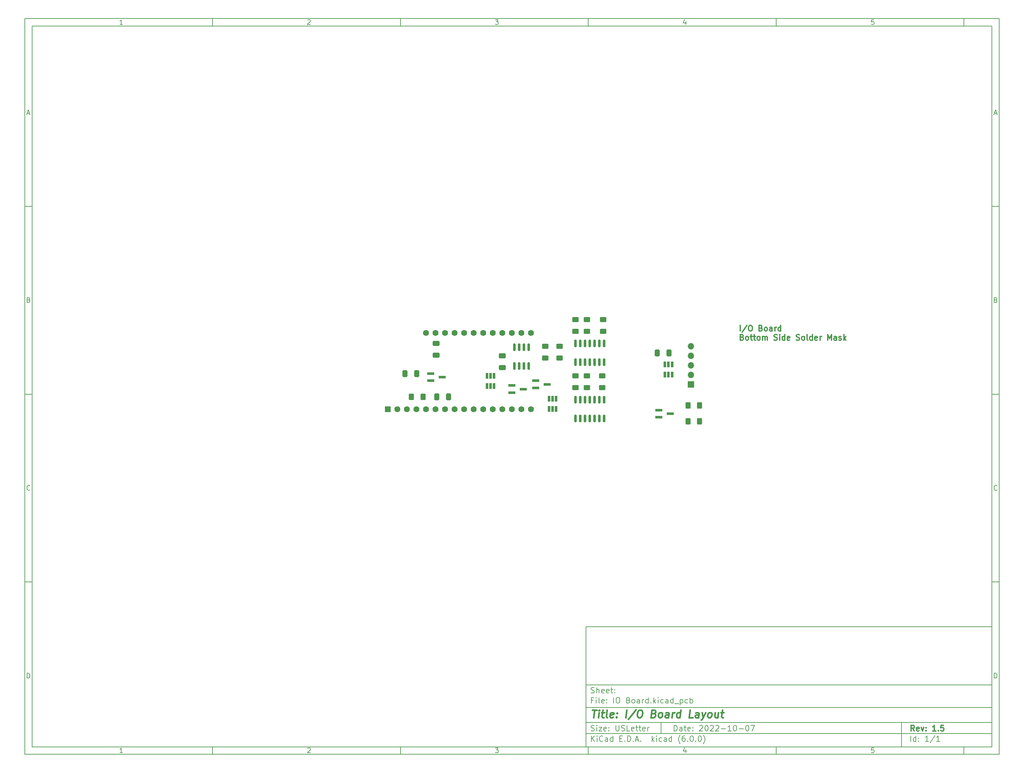
<source format=gbr>
G04 #@! TF.GenerationSoftware,KiCad,Pcbnew,(6.0.0)*
G04 #@! TF.CreationDate,2023-02-09T15:45:20-05:00*
G04 #@! TF.ProjectId,IO Board,494f2042-6f61-4726-942e-6b696361645f,1.5*
G04 #@! TF.SameCoordinates,Original*
G04 #@! TF.FileFunction,Soldermask,Bot*
G04 #@! TF.FilePolarity,Negative*
%FSLAX46Y46*%
G04 Gerber Fmt 4.6, Leading zero omitted, Abs format (unit mm)*
G04 Created by KiCad (PCBNEW (6.0.0)) date 2023-02-09 15:45:20*
%MOMM*%
%LPD*%
G01*
G04 APERTURE LIST*
G04 Aperture macros list*
%AMRoundRect*
0 Rectangle with rounded corners*
0 $1 Rounding radius*
0 $2 $3 $4 $5 $6 $7 $8 $9 X,Y pos of 4 corners*
0 Add a 4 corners polygon primitive as box body*
4,1,4,$2,$3,$4,$5,$6,$7,$8,$9,$2,$3,0*
0 Add four circle primitives for the rounded corners*
1,1,$1+$1,$2,$3*
1,1,$1+$1,$4,$5*
1,1,$1+$1,$6,$7*
1,1,$1+$1,$8,$9*
0 Add four rect primitives between the rounded corners*
20,1,$1+$1,$2,$3,$4,$5,0*
20,1,$1+$1,$4,$5,$6,$7,0*
20,1,$1+$1,$6,$7,$8,$9,0*
20,1,$1+$1,$8,$9,$2,$3,0*%
G04 Aperture macros list end*
%ADD10C,0.100000*%
%ADD11C,0.150000*%
%ADD12C,0.300000*%
%ADD13C,0.400000*%
%ADD14R,1.600000X1.600000*%
%ADD15C,1.600000*%
%ADD16R,1.700000X1.700000*%
%ADD17O,1.700000X1.700000*%
%ADD18R,1.900000X0.800000*%
%ADD19RoundRect,0.250000X-0.625000X0.400000X-0.625000X-0.400000X0.625000X-0.400000X0.625000X0.400000X0*%
%ADD20RoundRect,0.250000X0.625000X-0.400000X0.625000X0.400000X-0.625000X0.400000X-0.625000X-0.400000X0*%
%ADD21R,0.650000X1.560000*%
%ADD22RoundRect,0.250000X-0.412500X-0.650000X0.412500X-0.650000X0.412500X0.650000X-0.412500X0.650000X0*%
%ADD23RoundRect,0.250000X0.650000X-0.412500X0.650000X0.412500X-0.650000X0.412500X-0.650000X-0.412500X0*%
%ADD24RoundRect,0.250000X-0.650000X0.412500X-0.650000X-0.412500X0.650000X-0.412500X0.650000X0.412500X0*%
%ADD25RoundRect,0.250000X0.400000X0.625000X-0.400000X0.625000X-0.400000X-0.625000X0.400000X-0.625000X0*%
%ADD26RoundRect,0.150000X-0.150000X0.825000X-0.150000X-0.825000X0.150000X-0.825000X0.150000X0.825000X0*%
%ADD27RoundRect,0.250000X-0.400000X-0.625000X0.400000X-0.625000X0.400000X0.625000X-0.400000X0.625000X0*%
G04 APERTURE END LIST*
D10*
D11*
X159400000Y-171900000D02*
X159400000Y-203900000D01*
X267400000Y-203900000D01*
X267400000Y-171900000D01*
X159400000Y-171900000D01*
D10*
D11*
X10000000Y-10000000D02*
X10000000Y-205900000D01*
X269400000Y-205900000D01*
X269400000Y-10000000D01*
X10000000Y-10000000D01*
D10*
D11*
X12000000Y-12000000D02*
X12000000Y-203900000D01*
X267400000Y-203900000D01*
X267400000Y-12000000D01*
X12000000Y-12000000D01*
D10*
D11*
X60000000Y-12000000D02*
X60000000Y-10000000D01*
D10*
D11*
X110000000Y-12000000D02*
X110000000Y-10000000D01*
D10*
D11*
X160000000Y-12000000D02*
X160000000Y-10000000D01*
D10*
D11*
X210000000Y-12000000D02*
X210000000Y-10000000D01*
D10*
D11*
X260000000Y-12000000D02*
X260000000Y-10000000D01*
D10*
D11*
X36065476Y-11588095D02*
X35322619Y-11588095D01*
X35694047Y-11588095D02*
X35694047Y-10288095D01*
X35570238Y-10473809D01*
X35446428Y-10597619D01*
X35322619Y-10659523D01*
D10*
D11*
X85322619Y-10411904D02*
X85384523Y-10350000D01*
X85508333Y-10288095D01*
X85817857Y-10288095D01*
X85941666Y-10350000D01*
X86003571Y-10411904D01*
X86065476Y-10535714D01*
X86065476Y-10659523D01*
X86003571Y-10845238D01*
X85260714Y-11588095D01*
X86065476Y-11588095D01*
D10*
D11*
X135260714Y-10288095D02*
X136065476Y-10288095D01*
X135632142Y-10783333D01*
X135817857Y-10783333D01*
X135941666Y-10845238D01*
X136003571Y-10907142D01*
X136065476Y-11030952D01*
X136065476Y-11340476D01*
X136003571Y-11464285D01*
X135941666Y-11526190D01*
X135817857Y-11588095D01*
X135446428Y-11588095D01*
X135322619Y-11526190D01*
X135260714Y-11464285D01*
D10*
D11*
X185941666Y-10721428D02*
X185941666Y-11588095D01*
X185632142Y-10226190D02*
X185322619Y-11154761D01*
X186127380Y-11154761D01*
D10*
D11*
X236003571Y-10288095D02*
X235384523Y-10288095D01*
X235322619Y-10907142D01*
X235384523Y-10845238D01*
X235508333Y-10783333D01*
X235817857Y-10783333D01*
X235941666Y-10845238D01*
X236003571Y-10907142D01*
X236065476Y-11030952D01*
X236065476Y-11340476D01*
X236003571Y-11464285D01*
X235941666Y-11526190D01*
X235817857Y-11588095D01*
X235508333Y-11588095D01*
X235384523Y-11526190D01*
X235322619Y-11464285D01*
D10*
D11*
X60000000Y-203900000D02*
X60000000Y-205900000D01*
D10*
D11*
X110000000Y-203900000D02*
X110000000Y-205900000D01*
D10*
D11*
X160000000Y-203900000D02*
X160000000Y-205900000D01*
D10*
D11*
X210000000Y-203900000D02*
X210000000Y-205900000D01*
D10*
D11*
X260000000Y-203900000D02*
X260000000Y-205900000D01*
D10*
D11*
X36065476Y-205488095D02*
X35322619Y-205488095D01*
X35694047Y-205488095D02*
X35694047Y-204188095D01*
X35570238Y-204373809D01*
X35446428Y-204497619D01*
X35322619Y-204559523D01*
D10*
D11*
X85322619Y-204311904D02*
X85384523Y-204250000D01*
X85508333Y-204188095D01*
X85817857Y-204188095D01*
X85941666Y-204250000D01*
X86003571Y-204311904D01*
X86065476Y-204435714D01*
X86065476Y-204559523D01*
X86003571Y-204745238D01*
X85260714Y-205488095D01*
X86065476Y-205488095D01*
D10*
D11*
X135260714Y-204188095D02*
X136065476Y-204188095D01*
X135632142Y-204683333D01*
X135817857Y-204683333D01*
X135941666Y-204745238D01*
X136003571Y-204807142D01*
X136065476Y-204930952D01*
X136065476Y-205240476D01*
X136003571Y-205364285D01*
X135941666Y-205426190D01*
X135817857Y-205488095D01*
X135446428Y-205488095D01*
X135322619Y-205426190D01*
X135260714Y-205364285D01*
D10*
D11*
X185941666Y-204621428D02*
X185941666Y-205488095D01*
X185632142Y-204126190D02*
X185322619Y-205054761D01*
X186127380Y-205054761D01*
D10*
D11*
X236003571Y-204188095D02*
X235384523Y-204188095D01*
X235322619Y-204807142D01*
X235384523Y-204745238D01*
X235508333Y-204683333D01*
X235817857Y-204683333D01*
X235941666Y-204745238D01*
X236003571Y-204807142D01*
X236065476Y-204930952D01*
X236065476Y-205240476D01*
X236003571Y-205364285D01*
X235941666Y-205426190D01*
X235817857Y-205488095D01*
X235508333Y-205488095D01*
X235384523Y-205426190D01*
X235322619Y-205364285D01*
D10*
D11*
X10000000Y-60000000D02*
X12000000Y-60000000D01*
D10*
D11*
X10000000Y-110000000D02*
X12000000Y-110000000D01*
D10*
D11*
X10000000Y-160000000D02*
X12000000Y-160000000D01*
D10*
D11*
X10690476Y-35216666D02*
X11309523Y-35216666D01*
X10566666Y-35588095D02*
X11000000Y-34288095D01*
X11433333Y-35588095D01*
D10*
D11*
X11092857Y-84907142D02*
X11278571Y-84969047D01*
X11340476Y-85030952D01*
X11402380Y-85154761D01*
X11402380Y-85340476D01*
X11340476Y-85464285D01*
X11278571Y-85526190D01*
X11154761Y-85588095D01*
X10659523Y-85588095D01*
X10659523Y-84288095D01*
X11092857Y-84288095D01*
X11216666Y-84350000D01*
X11278571Y-84411904D01*
X11340476Y-84535714D01*
X11340476Y-84659523D01*
X11278571Y-84783333D01*
X11216666Y-84845238D01*
X11092857Y-84907142D01*
X10659523Y-84907142D01*
D10*
D11*
X11402380Y-135464285D02*
X11340476Y-135526190D01*
X11154761Y-135588095D01*
X11030952Y-135588095D01*
X10845238Y-135526190D01*
X10721428Y-135402380D01*
X10659523Y-135278571D01*
X10597619Y-135030952D01*
X10597619Y-134845238D01*
X10659523Y-134597619D01*
X10721428Y-134473809D01*
X10845238Y-134350000D01*
X11030952Y-134288095D01*
X11154761Y-134288095D01*
X11340476Y-134350000D01*
X11402380Y-134411904D01*
D10*
D11*
X10659523Y-185588095D02*
X10659523Y-184288095D01*
X10969047Y-184288095D01*
X11154761Y-184350000D01*
X11278571Y-184473809D01*
X11340476Y-184597619D01*
X11402380Y-184845238D01*
X11402380Y-185030952D01*
X11340476Y-185278571D01*
X11278571Y-185402380D01*
X11154761Y-185526190D01*
X10969047Y-185588095D01*
X10659523Y-185588095D01*
D10*
D11*
X269400000Y-60000000D02*
X267400000Y-60000000D01*
D10*
D11*
X269400000Y-110000000D02*
X267400000Y-110000000D01*
D10*
D11*
X269400000Y-160000000D02*
X267400000Y-160000000D01*
D10*
D11*
X268090476Y-35216666D02*
X268709523Y-35216666D01*
X267966666Y-35588095D02*
X268400000Y-34288095D01*
X268833333Y-35588095D01*
D10*
D11*
X268492857Y-84907142D02*
X268678571Y-84969047D01*
X268740476Y-85030952D01*
X268802380Y-85154761D01*
X268802380Y-85340476D01*
X268740476Y-85464285D01*
X268678571Y-85526190D01*
X268554761Y-85588095D01*
X268059523Y-85588095D01*
X268059523Y-84288095D01*
X268492857Y-84288095D01*
X268616666Y-84350000D01*
X268678571Y-84411904D01*
X268740476Y-84535714D01*
X268740476Y-84659523D01*
X268678571Y-84783333D01*
X268616666Y-84845238D01*
X268492857Y-84907142D01*
X268059523Y-84907142D01*
D10*
D11*
X268802380Y-135464285D02*
X268740476Y-135526190D01*
X268554761Y-135588095D01*
X268430952Y-135588095D01*
X268245238Y-135526190D01*
X268121428Y-135402380D01*
X268059523Y-135278571D01*
X267997619Y-135030952D01*
X267997619Y-134845238D01*
X268059523Y-134597619D01*
X268121428Y-134473809D01*
X268245238Y-134350000D01*
X268430952Y-134288095D01*
X268554761Y-134288095D01*
X268740476Y-134350000D01*
X268802380Y-134411904D01*
D10*
D11*
X268059523Y-185588095D02*
X268059523Y-184288095D01*
X268369047Y-184288095D01*
X268554761Y-184350000D01*
X268678571Y-184473809D01*
X268740476Y-184597619D01*
X268802380Y-184845238D01*
X268802380Y-185030952D01*
X268740476Y-185278571D01*
X268678571Y-185402380D01*
X268554761Y-185526190D01*
X268369047Y-185588095D01*
X268059523Y-185588095D01*
D10*
D11*
X182832142Y-199678571D02*
X182832142Y-198178571D01*
X183189285Y-198178571D01*
X183403571Y-198250000D01*
X183546428Y-198392857D01*
X183617857Y-198535714D01*
X183689285Y-198821428D01*
X183689285Y-199035714D01*
X183617857Y-199321428D01*
X183546428Y-199464285D01*
X183403571Y-199607142D01*
X183189285Y-199678571D01*
X182832142Y-199678571D01*
X184975000Y-199678571D02*
X184975000Y-198892857D01*
X184903571Y-198750000D01*
X184760714Y-198678571D01*
X184475000Y-198678571D01*
X184332142Y-198750000D01*
X184975000Y-199607142D02*
X184832142Y-199678571D01*
X184475000Y-199678571D01*
X184332142Y-199607142D01*
X184260714Y-199464285D01*
X184260714Y-199321428D01*
X184332142Y-199178571D01*
X184475000Y-199107142D01*
X184832142Y-199107142D01*
X184975000Y-199035714D01*
X185475000Y-198678571D02*
X186046428Y-198678571D01*
X185689285Y-198178571D02*
X185689285Y-199464285D01*
X185760714Y-199607142D01*
X185903571Y-199678571D01*
X186046428Y-199678571D01*
X187117857Y-199607142D02*
X186975000Y-199678571D01*
X186689285Y-199678571D01*
X186546428Y-199607142D01*
X186475000Y-199464285D01*
X186475000Y-198892857D01*
X186546428Y-198750000D01*
X186689285Y-198678571D01*
X186975000Y-198678571D01*
X187117857Y-198750000D01*
X187189285Y-198892857D01*
X187189285Y-199035714D01*
X186475000Y-199178571D01*
X187832142Y-199535714D02*
X187903571Y-199607142D01*
X187832142Y-199678571D01*
X187760714Y-199607142D01*
X187832142Y-199535714D01*
X187832142Y-199678571D01*
X187832142Y-198750000D02*
X187903571Y-198821428D01*
X187832142Y-198892857D01*
X187760714Y-198821428D01*
X187832142Y-198750000D01*
X187832142Y-198892857D01*
X189617857Y-198321428D02*
X189689285Y-198250000D01*
X189832142Y-198178571D01*
X190189285Y-198178571D01*
X190332142Y-198250000D01*
X190403571Y-198321428D01*
X190475000Y-198464285D01*
X190475000Y-198607142D01*
X190403571Y-198821428D01*
X189546428Y-199678571D01*
X190475000Y-199678571D01*
X191403571Y-198178571D02*
X191546428Y-198178571D01*
X191689285Y-198250000D01*
X191760714Y-198321428D01*
X191832142Y-198464285D01*
X191903571Y-198750000D01*
X191903571Y-199107142D01*
X191832142Y-199392857D01*
X191760714Y-199535714D01*
X191689285Y-199607142D01*
X191546428Y-199678571D01*
X191403571Y-199678571D01*
X191260714Y-199607142D01*
X191189285Y-199535714D01*
X191117857Y-199392857D01*
X191046428Y-199107142D01*
X191046428Y-198750000D01*
X191117857Y-198464285D01*
X191189285Y-198321428D01*
X191260714Y-198250000D01*
X191403571Y-198178571D01*
X192475000Y-198321428D02*
X192546428Y-198250000D01*
X192689285Y-198178571D01*
X193046428Y-198178571D01*
X193189285Y-198250000D01*
X193260714Y-198321428D01*
X193332142Y-198464285D01*
X193332142Y-198607142D01*
X193260714Y-198821428D01*
X192403571Y-199678571D01*
X193332142Y-199678571D01*
X193903571Y-198321428D02*
X193975000Y-198250000D01*
X194117857Y-198178571D01*
X194475000Y-198178571D01*
X194617857Y-198250000D01*
X194689285Y-198321428D01*
X194760714Y-198464285D01*
X194760714Y-198607142D01*
X194689285Y-198821428D01*
X193832142Y-199678571D01*
X194760714Y-199678571D01*
X195403571Y-199107142D02*
X196546428Y-199107142D01*
X198046428Y-199678571D02*
X197189285Y-199678571D01*
X197617857Y-199678571D02*
X197617857Y-198178571D01*
X197475000Y-198392857D01*
X197332142Y-198535714D01*
X197189285Y-198607142D01*
X198975000Y-198178571D02*
X199117857Y-198178571D01*
X199260714Y-198250000D01*
X199332142Y-198321428D01*
X199403571Y-198464285D01*
X199475000Y-198750000D01*
X199475000Y-199107142D01*
X199403571Y-199392857D01*
X199332142Y-199535714D01*
X199260714Y-199607142D01*
X199117857Y-199678571D01*
X198975000Y-199678571D01*
X198832142Y-199607142D01*
X198760714Y-199535714D01*
X198689285Y-199392857D01*
X198617857Y-199107142D01*
X198617857Y-198750000D01*
X198689285Y-198464285D01*
X198760714Y-198321428D01*
X198832142Y-198250000D01*
X198975000Y-198178571D01*
X200117857Y-199107142D02*
X201260714Y-199107142D01*
X202260714Y-198178571D02*
X202403571Y-198178571D01*
X202546428Y-198250000D01*
X202617857Y-198321428D01*
X202689285Y-198464285D01*
X202760714Y-198750000D01*
X202760714Y-199107142D01*
X202689285Y-199392857D01*
X202617857Y-199535714D01*
X202546428Y-199607142D01*
X202403571Y-199678571D01*
X202260714Y-199678571D01*
X202117857Y-199607142D01*
X202046428Y-199535714D01*
X201975000Y-199392857D01*
X201903571Y-199107142D01*
X201903571Y-198750000D01*
X201975000Y-198464285D01*
X202046428Y-198321428D01*
X202117857Y-198250000D01*
X202260714Y-198178571D01*
X203260714Y-198178571D02*
X204260714Y-198178571D01*
X203617857Y-199678571D01*
D10*
D11*
X159400000Y-200400000D02*
X267400000Y-200400000D01*
D10*
D11*
X160832142Y-202478571D02*
X160832142Y-200978571D01*
X161689285Y-202478571D02*
X161046428Y-201621428D01*
X161689285Y-200978571D02*
X160832142Y-201835714D01*
X162332142Y-202478571D02*
X162332142Y-201478571D01*
X162332142Y-200978571D02*
X162260714Y-201050000D01*
X162332142Y-201121428D01*
X162403571Y-201050000D01*
X162332142Y-200978571D01*
X162332142Y-201121428D01*
X163903571Y-202335714D02*
X163832142Y-202407142D01*
X163617857Y-202478571D01*
X163475000Y-202478571D01*
X163260714Y-202407142D01*
X163117857Y-202264285D01*
X163046428Y-202121428D01*
X162975000Y-201835714D01*
X162975000Y-201621428D01*
X163046428Y-201335714D01*
X163117857Y-201192857D01*
X163260714Y-201050000D01*
X163475000Y-200978571D01*
X163617857Y-200978571D01*
X163832142Y-201050000D01*
X163903571Y-201121428D01*
X165189285Y-202478571D02*
X165189285Y-201692857D01*
X165117857Y-201550000D01*
X164975000Y-201478571D01*
X164689285Y-201478571D01*
X164546428Y-201550000D01*
X165189285Y-202407142D02*
X165046428Y-202478571D01*
X164689285Y-202478571D01*
X164546428Y-202407142D01*
X164475000Y-202264285D01*
X164475000Y-202121428D01*
X164546428Y-201978571D01*
X164689285Y-201907142D01*
X165046428Y-201907142D01*
X165189285Y-201835714D01*
X166546428Y-202478571D02*
X166546428Y-200978571D01*
X166546428Y-202407142D02*
X166403571Y-202478571D01*
X166117857Y-202478571D01*
X165975000Y-202407142D01*
X165903571Y-202335714D01*
X165832142Y-202192857D01*
X165832142Y-201764285D01*
X165903571Y-201621428D01*
X165975000Y-201550000D01*
X166117857Y-201478571D01*
X166403571Y-201478571D01*
X166546428Y-201550000D01*
X168403571Y-201692857D02*
X168903571Y-201692857D01*
X169117857Y-202478571D02*
X168403571Y-202478571D01*
X168403571Y-200978571D01*
X169117857Y-200978571D01*
X169760714Y-202335714D02*
X169832142Y-202407142D01*
X169760714Y-202478571D01*
X169689285Y-202407142D01*
X169760714Y-202335714D01*
X169760714Y-202478571D01*
X170475000Y-202478571D02*
X170475000Y-200978571D01*
X170832142Y-200978571D01*
X171046428Y-201050000D01*
X171189285Y-201192857D01*
X171260714Y-201335714D01*
X171332142Y-201621428D01*
X171332142Y-201835714D01*
X171260714Y-202121428D01*
X171189285Y-202264285D01*
X171046428Y-202407142D01*
X170832142Y-202478571D01*
X170475000Y-202478571D01*
X171975000Y-202335714D02*
X172046428Y-202407142D01*
X171975000Y-202478571D01*
X171903571Y-202407142D01*
X171975000Y-202335714D01*
X171975000Y-202478571D01*
X172617857Y-202050000D02*
X173332142Y-202050000D01*
X172475000Y-202478571D02*
X172975000Y-200978571D01*
X173475000Y-202478571D01*
X173975000Y-202335714D02*
X174046428Y-202407142D01*
X173975000Y-202478571D01*
X173903571Y-202407142D01*
X173975000Y-202335714D01*
X173975000Y-202478571D01*
X176975000Y-202478571D02*
X176975000Y-200978571D01*
X177117857Y-201907142D02*
X177546428Y-202478571D01*
X177546428Y-201478571D02*
X176975000Y-202050000D01*
X178189285Y-202478571D02*
X178189285Y-201478571D01*
X178189285Y-200978571D02*
X178117857Y-201050000D01*
X178189285Y-201121428D01*
X178260714Y-201050000D01*
X178189285Y-200978571D01*
X178189285Y-201121428D01*
X179546428Y-202407142D02*
X179403571Y-202478571D01*
X179117857Y-202478571D01*
X178975000Y-202407142D01*
X178903571Y-202335714D01*
X178832142Y-202192857D01*
X178832142Y-201764285D01*
X178903571Y-201621428D01*
X178975000Y-201550000D01*
X179117857Y-201478571D01*
X179403571Y-201478571D01*
X179546428Y-201550000D01*
X180832142Y-202478571D02*
X180832142Y-201692857D01*
X180760714Y-201550000D01*
X180617857Y-201478571D01*
X180332142Y-201478571D01*
X180189285Y-201550000D01*
X180832142Y-202407142D02*
X180689285Y-202478571D01*
X180332142Y-202478571D01*
X180189285Y-202407142D01*
X180117857Y-202264285D01*
X180117857Y-202121428D01*
X180189285Y-201978571D01*
X180332142Y-201907142D01*
X180689285Y-201907142D01*
X180832142Y-201835714D01*
X182189285Y-202478571D02*
X182189285Y-200978571D01*
X182189285Y-202407142D02*
X182046428Y-202478571D01*
X181760714Y-202478571D01*
X181617857Y-202407142D01*
X181546428Y-202335714D01*
X181475000Y-202192857D01*
X181475000Y-201764285D01*
X181546428Y-201621428D01*
X181617857Y-201550000D01*
X181760714Y-201478571D01*
X182046428Y-201478571D01*
X182189285Y-201550000D01*
X184475000Y-203050000D02*
X184403571Y-202978571D01*
X184260714Y-202764285D01*
X184189285Y-202621428D01*
X184117857Y-202407142D01*
X184046428Y-202050000D01*
X184046428Y-201764285D01*
X184117857Y-201407142D01*
X184189285Y-201192857D01*
X184260714Y-201050000D01*
X184403571Y-200835714D01*
X184475000Y-200764285D01*
X185689285Y-200978571D02*
X185403571Y-200978571D01*
X185260714Y-201050000D01*
X185189285Y-201121428D01*
X185046428Y-201335714D01*
X184975000Y-201621428D01*
X184975000Y-202192857D01*
X185046428Y-202335714D01*
X185117857Y-202407142D01*
X185260714Y-202478571D01*
X185546428Y-202478571D01*
X185689285Y-202407142D01*
X185760714Y-202335714D01*
X185832142Y-202192857D01*
X185832142Y-201835714D01*
X185760714Y-201692857D01*
X185689285Y-201621428D01*
X185546428Y-201550000D01*
X185260714Y-201550000D01*
X185117857Y-201621428D01*
X185046428Y-201692857D01*
X184975000Y-201835714D01*
X186475000Y-202335714D02*
X186546428Y-202407142D01*
X186475000Y-202478571D01*
X186403571Y-202407142D01*
X186475000Y-202335714D01*
X186475000Y-202478571D01*
X187475000Y-200978571D02*
X187617857Y-200978571D01*
X187760714Y-201050000D01*
X187832142Y-201121428D01*
X187903571Y-201264285D01*
X187975000Y-201550000D01*
X187975000Y-201907142D01*
X187903571Y-202192857D01*
X187832142Y-202335714D01*
X187760714Y-202407142D01*
X187617857Y-202478571D01*
X187475000Y-202478571D01*
X187332142Y-202407142D01*
X187260714Y-202335714D01*
X187189285Y-202192857D01*
X187117857Y-201907142D01*
X187117857Y-201550000D01*
X187189285Y-201264285D01*
X187260714Y-201121428D01*
X187332142Y-201050000D01*
X187475000Y-200978571D01*
X188617857Y-202335714D02*
X188689285Y-202407142D01*
X188617857Y-202478571D01*
X188546428Y-202407142D01*
X188617857Y-202335714D01*
X188617857Y-202478571D01*
X189617857Y-200978571D02*
X189760714Y-200978571D01*
X189903571Y-201050000D01*
X189975000Y-201121428D01*
X190046428Y-201264285D01*
X190117857Y-201550000D01*
X190117857Y-201907142D01*
X190046428Y-202192857D01*
X189975000Y-202335714D01*
X189903571Y-202407142D01*
X189760714Y-202478571D01*
X189617857Y-202478571D01*
X189475000Y-202407142D01*
X189403571Y-202335714D01*
X189332142Y-202192857D01*
X189260714Y-201907142D01*
X189260714Y-201550000D01*
X189332142Y-201264285D01*
X189403571Y-201121428D01*
X189475000Y-201050000D01*
X189617857Y-200978571D01*
X190617857Y-203050000D02*
X190689285Y-202978571D01*
X190832142Y-202764285D01*
X190903571Y-202621428D01*
X190975000Y-202407142D01*
X191046428Y-202050000D01*
X191046428Y-201764285D01*
X190975000Y-201407142D01*
X190903571Y-201192857D01*
X190832142Y-201050000D01*
X190689285Y-200835714D01*
X190617857Y-200764285D01*
D10*
D11*
X159400000Y-197400000D02*
X267400000Y-197400000D01*
D10*
D12*
X246809285Y-199678571D02*
X246309285Y-198964285D01*
X245952142Y-199678571D02*
X245952142Y-198178571D01*
X246523571Y-198178571D01*
X246666428Y-198250000D01*
X246737857Y-198321428D01*
X246809285Y-198464285D01*
X246809285Y-198678571D01*
X246737857Y-198821428D01*
X246666428Y-198892857D01*
X246523571Y-198964285D01*
X245952142Y-198964285D01*
X248023571Y-199607142D02*
X247880714Y-199678571D01*
X247595000Y-199678571D01*
X247452142Y-199607142D01*
X247380714Y-199464285D01*
X247380714Y-198892857D01*
X247452142Y-198750000D01*
X247595000Y-198678571D01*
X247880714Y-198678571D01*
X248023571Y-198750000D01*
X248095000Y-198892857D01*
X248095000Y-199035714D01*
X247380714Y-199178571D01*
X248595000Y-198678571D02*
X248952142Y-199678571D01*
X249309285Y-198678571D01*
X249880714Y-199535714D02*
X249952142Y-199607142D01*
X249880714Y-199678571D01*
X249809285Y-199607142D01*
X249880714Y-199535714D01*
X249880714Y-199678571D01*
X249880714Y-198750000D02*
X249952142Y-198821428D01*
X249880714Y-198892857D01*
X249809285Y-198821428D01*
X249880714Y-198750000D01*
X249880714Y-198892857D01*
X252523571Y-199678571D02*
X251666428Y-199678571D01*
X252095000Y-199678571D02*
X252095000Y-198178571D01*
X251952142Y-198392857D01*
X251809285Y-198535714D01*
X251666428Y-198607142D01*
X253166428Y-199535714D02*
X253237857Y-199607142D01*
X253166428Y-199678571D01*
X253095000Y-199607142D01*
X253166428Y-199535714D01*
X253166428Y-199678571D01*
X254595000Y-198178571D02*
X253880714Y-198178571D01*
X253809285Y-198892857D01*
X253880714Y-198821428D01*
X254023571Y-198750000D01*
X254380714Y-198750000D01*
X254523571Y-198821428D01*
X254595000Y-198892857D01*
X254666428Y-199035714D01*
X254666428Y-199392857D01*
X254595000Y-199535714D01*
X254523571Y-199607142D01*
X254380714Y-199678571D01*
X254023571Y-199678571D01*
X253880714Y-199607142D01*
X253809285Y-199535714D01*
D10*
D11*
X160760714Y-199607142D02*
X160975000Y-199678571D01*
X161332142Y-199678571D01*
X161475000Y-199607142D01*
X161546428Y-199535714D01*
X161617857Y-199392857D01*
X161617857Y-199250000D01*
X161546428Y-199107142D01*
X161475000Y-199035714D01*
X161332142Y-198964285D01*
X161046428Y-198892857D01*
X160903571Y-198821428D01*
X160832142Y-198750000D01*
X160760714Y-198607142D01*
X160760714Y-198464285D01*
X160832142Y-198321428D01*
X160903571Y-198250000D01*
X161046428Y-198178571D01*
X161403571Y-198178571D01*
X161617857Y-198250000D01*
X162260714Y-199678571D02*
X162260714Y-198678571D01*
X162260714Y-198178571D02*
X162189285Y-198250000D01*
X162260714Y-198321428D01*
X162332142Y-198250000D01*
X162260714Y-198178571D01*
X162260714Y-198321428D01*
X162832142Y-198678571D02*
X163617857Y-198678571D01*
X162832142Y-199678571D01*
X163617857Y-199678571D01*
X164760714Y-199607142D02*
X164617857Y-199678571D01*
X164332142Y-199678571D01*
X164189285Y-199607142D01*
X164117857Y-199464285D01*
X164117857Y-198892857D01*
X164189285Y-198750000D01*
X164332142Y-198678571D01*
X164617857Y-198678571D01*
X164760714Y-198750000D01*
X164832142Y-198892857D01*
X164832142Y-199035714D01*
X164117857Y-199178571D01*
X165475000Y-199535714D02*
X165546428Y-199607142D01*
X165475000Y-199678571D01*
X165403571Y-199607142D01*
X165475000Y-199535714D01*
X165475000Y-199678571D01*
X165475000Y-198750000D02*
X165546428Y-198821428D01*
X165475000Y-198892857D01*
X165403571Y-198821428D01*
X165475000Y-198750000D01*
X165475000Y-198892857D01*
X167332142Y-198178571D02*
X167332142Y-199392857D01*
X167403571Y-199535714D01*
X167475000Y-199607142D01*
X167617857Y-199678571D01*
X167903571Y-199678571D01*
X168046428Y-199607142D01*
X168117857Y-199535714D01*
X168189285Y-199392857D01*
X168189285Y-198178571D01*
X168832142Y-199607142D02*
X169046428Y-199678571D01*
X169403571Y-199678571D01*
X169546428Y-199607142D01*
X169617857Y-199535714D01*
X169689285Y-199392857D01*
X169689285Y-199250000D01*
X169617857Y-199107142D01*
X169546428Y-199035714D01*
X169403571Y-198964285D01*
X169117857Y-198892857D01*
X168975000Y-198821428D01*
X168903571Y-198750000D01*
X168832142Y-198607142D01*
X168832142Y-198464285D01*
X168903571Y-198321428D01*
X168975000Y-198250000D01*
X169117857Y-198178571D01*
X169475000Y-198178571D01*
X169689285Y-198250000D01*
X171046428Y-199678571D02*
X170332142Y-199678571D01*
X170332142Y-198178571D01*
X172117857Y-199607142D02*
X171975000Y-199678571D01*
X171689285Y-199678571D01*
X171546428Y-199607142D01*
X171475000Y-199464285D01*
X171475000Y-198892857D01*
X171546428Y-198750000D01*
X171689285Y-198678571D01*
X171975000Y-198678571D01*
X172117857Y-198750000D01*
X172189285Y-198892857D01*
X172189285Y-199035714D01*
X171475000Y-199178571D01*
X172617857Y-198678571D02*
X173189285Y-198678571D01*
X172832142Y-198178571D02*
X172832142Y-199464285D01*
X172903571Y-199607142D01*
X173046428Y-199678571D01*
X173189285Y-199678571D01*
X173475000Y-198678571D02*
X174046428Y-198678571D01*
X173689285Y-198178571D02*
X173689285Y-199464285D01*
X173760714Y-199607142D01*
X173903571Y-199678571D01*
X174046428Y-199678571D01*
X175117857Y-199607142D02*
X174975000Y-199678571D01*
X174689285Y-199678571D01*
X174546428Y-199607142D01*
X174475000Y-199464285D01*
X174475000Y-198892857D01*
X174546428Y-198750000D01*
X174689285Y-198678571D01*
X174975000Y-198678571D01*
X175117857Y-198750000D01*
X175189285Y-198892857D01*
X175189285Y-199035714D01*
X174475000Y-199178571D01*
X175832142Y-199678571D02*
X175832142Y-198678571D01*
X175832142Y-198964285D02*
X175903571Y-198821428D01*
X175975000Y-198750000D01*
X176117857Y-198678571D01*
X176260714Y-198678571D01*
D10*
D11*
X245832142Y-202478571D02*
X245832142Y-200978571D01*
X247189285Y-202478571D02*
X247189285Y-200978571D01*
X247189285Y-202407142D02*
X247046428Y-202478571D01*
X246760714Y-202478571D01*
X246617857Y-202407142D01*
X246546428Y-202335714D01*
X246475000Y-202192857D01*
X246475000Y-201764285D01*
X246546428Y-201621428D01*
X246617857Y-201550000D01*
X246760714Y-201478571D01*
X247046428Y-201478571D01*
X247189285Y-201550000D01*
X247903571Y-202335714D02*
X247975000Y-202407142D01*
X247903571Y-202478571D01*
X247832142Y-202407142D01*
X247903571Y-202335714D01*
X247903571Y-202478571D01*
X247903571Y-201550000D02*
X247975000Y-201621428D01*
X247903571Y-201692857D01*
X247832142Y-201621428D01*
X247903571Y-201550000D01*
X247903571Y-201692857D01*
X250546428Y-202478571D02*
X249689285Y-202478571D01*
X250117857Y-202478571D02*
X250117857Y-200978571D01*
X249975000Y-201192857D01*
X249832142Y-201335714D01*
X249689285Y-201407142D01*
X252260714Y-200907142D02*
X250975000Y-202835714D01*
X253546428Y-202478571D02*
X252689285Y-202478571D01*
X253117857Y-202478571D02*
X253117857Y-200978571D01*
X252975000Y-201192857D01*
X252832142Y-201335714D01*
X252689285Y-201407142D01*
D10*
D11*
X159400000Y-193400000D02*
X267400000Y-193400000D01*
D10*
D13*
X161112380Y-194104761D02*
X162255238Y-194104761D01*
X161433809Y-196104761D02*
X161683809Y-194104761D01*
X162671904Y-196104761D02*
X162838571Y-194771428D01*
X162921904Y-194104761D02*
X162814761Y-194200000D01*
X162898095Y-194295238D01*
X163005238Y-194200000D01*
X162921904Y-194104761D01*
X162898095Y-194295238D01*
X163505238Y-194771428D02*
X164267142Y-194771428D01*
X163874285Y-194104761D02*
X163660000Y-195819047D01*
X163731428Y-196009523D01*
X163910000Y-196104761D01*
X164100476Y-196104761D01*
X165052857Y-196104761D02*
X164874285Y-196009523D01*
X164802857Y-195819047D01*
X165017142Y-194104761D01*
X166588571Y-196009523D02*
X166386190Y-196104761D01*
X166005238Y-196104761D01*
X165826666Y-196009523D01*
X165755238Y-195819047D01*
X165850476Y-195057142D01*
X165969523Y-194866666D01*
X166171904Y-194771428D01*
X166552857Y-194771428D01*
X166731428Y-194866666D01*
X166802857Y-195057142D01*
X166779047Y-195247619D01*
X165802857Y-195438095D01*
X167552857Y-195914285D02*
X167636190Y-196009523D01*
X167529047Y-196104761D01*
X167445714Y-196009523D01*
X167552857Y-195914285D01*
X167529047Y-196104761D01*
X167683809Y-194866666D02*
X167767142Y-194961904D01*
X167660000Y-195057142D01*
X167576666Y-194961904D01*
X167683809Y-194866666D01*
X167660000Y-195057142D01*
X170005238Y-196104761D02*
X170255238Y-194104761D01*
X172648095Y-194009523D02*
X170612380Y-196580952D01*
X173683809Y-194104761D02*
X174064761Y-194104761D01*
X174243333Y-194200000D01*
X174410000Y-194390476D01*
X174457619Y-194771428D01*
X174374285Y-195438095D01*
X174231428Y-195819047D01*
X174017142Y-196009523D01*
X173814761Y-196104761D01*
X173433809Y-196104761D01*
X173255238Y-196009523D01*
X173088571Y-195819047D01*
X173040952Y-195438095D01*
X173124285Y-194771428D01*
X173267142Y-194390476D01*
X173481428Y-194200000D01*
X173683809Y-194104761D01*
X177469523Y-195057142D02*
X177743333Y-195152380D01*
X177826666Y-195247619D01*
X177898095Y-195438095D01*
X177862380Y-195723809D01*
X177743333Y-195914285D01*
X177636190Y-196009523D01*
X177433809Y-196104761D01*
X176671904Y-196104761D01*
X176921904Y-194104761D01*
X177588571Y-194104761D01*
X177767142Y-194200000D01*
X177850476Y-194295238D01*
X177921904Y-194485714D01*
X177898095Y-194676190D01*
X177779047Y-194866666D01*
X177671904Y-194961904D01*
X177469523Y-195057142D01*
X176802857Y-195057142D01*
X178957619Y-196104761D02*
X178779047Y-196009523D01*
X178695714Y-195914285D01*
X178624285Y-195723809D01*
X178695714Y-195152380D01*
X178814761Y-194961904D01*
X178921904Y-194866666D01*
X179124285Y-194771428D01*
X179410000Y-194771428D01*
X179588571Y-194866666D01*
X179671904Y-194961904D01*
X179743333Y-195152380D01*
X179671904Y-195723809D01*
X179552857Y-195914285D01*
X179445714Y-196009523D01*
X179243333Y-196104761D01*
X178957619Y-196104761D01*
X181338571Y-196104761D02*
X181469523Y-195057142D01*
X181398095Y-194866666D01*
X181219523Y-194771428D01*
X180838571Y-194771428D01*
X180636190Y-194866666D01*
X181350476Y-196009523D02*
X181148095Y-196104761D01*
X180671904Y-196104761D01*
X180493333Y-196009523D01*
X180421904Y-195819047D01*
X180445714Y-195628571D01*
X180564761Y-195438095D01*
X180767142Y-195342857D01*
X181243333Y-195342857D01*
X181445714Y-195247619D01*
X182290952Y-196104761D02*
X182457619Y-194771428D01*
X182410000Y-195152380D02*
X182529047Y-194961904D01*
X182636190Y-194866666D01*
X182838571Y-194771428D01*
X183029047Y-194771428D01*
X184386190Y-196104761D02*
X184636190Y-194104761D01*
X184398095Y-196009523D02*
X184195714Y-196104761D01*
X183814761Y-196104761D01*
X183636190Y-196009523D01*
X183552857Y-195914285D01*
X183481428Y-195723809D01*
X183552857Y-195152380D01*
X183671904Y-194961904D01*
X183779047Y-194866666D01*
X183981428Y-194771428D01*
X184362380Y-194771428D01*
X184540952Y-194866666D01*
X187814761Y-196104761D02*
X186862380Y-196104761D01*
X187112380Y-194104761D01*
X189338571Y-196104761D02*
X189469523Y-195057142D01*
X189398095Y-194866666D01*
X189219523Y-194771428D01*
X188838571Y-194771428D01*
X188636190Y-194866666D01*
X189350476Y-196009523D02*
X189148095Y-196104761D01*
X188671904Y-196104761D01*
X188493333Y-196009523D01*
X188421904Y-195819047D01*
X188445714Y-195628571D01*
X188564761Y-195438095D01*
X188767142Y-195342857D01*
X189243333Y-195342857D01*
X189445714Y-195247619D01*
X190267142Y-194771428D02*
X190576666Y-196104761D01*
X191219523Y-194771428D02*
X190576666Y-196104761D01*
X190326666Y-196580952D01*
X190219523Y-196676190D01*
X190017142Y-196771428D01*
X192100476Y-196104761D02*
X191921904Y-196009523D01*
X191838571Y-195914285D01*
X191767142Y-195723809D01*
X191838571Y-195152380D01*
X191957619Y-194961904D01*
X192064761Y-194866666D01*
X192267142Y-194771428D01*
X192552857Y-194771428D01*
X192731428Y-194866666D01*
X192814761Y-194961904D01*
X192886190Y-195152380D01*
X192814761Y-195723809D01*
X192695714Y-195914285D01*
X192588571Y-196009523D01*
X192386190Y-196104761D01*
X192100476Y-196104761D01*
X194648095Y-194771428D02*
X194481428Y-196104761D01*
X193790952Y-194771428D02*
X193660000Y-195819047D01*
X193731428Y-196009523D01*
X193910000Y-196104761D01*
X194195714Y-196104761D01*
X194398095Y-196009523D01*
X194505238Y-195914285D01*
X195314761Y-194771428D02*
X196076666Y-194771428D01*
X195683809Y-194104761D02*
X195469523Y-195819047D01*
X195540952Y-196009523D01*
X195719523Y-196104761D01*
X195910000Y-196104761D01*
D10*
D11*
X161332142Y-191492857D02*
X160832142Y-191492857D01*
X160832142Y-192278571D02*
X160832142Y-190778571D01*
X161546428Y-190778571D01*
X162117857Y-192278571D02*
X162117857Y-191278571D01*
X162117857Y-190778571D02*
X162046428Y-190850000D01*
X162117857Y-190921428D01*
X162189285Y-190850000D01*
X162117857Y-190778571D01*
X162117857Y-190921428D01*
X163046428Y-192278571D02*
X162903571Y-192207142D01*
X162832142Y-192064285D01*
X162832142Y-190778571D01*
X164189285Y-192207142D02*
X164046428Y-192278571D01*
X163760714Y-192278571D01*
X163617857Y-192207142D01*
X163546428Y-192064285D01*
X163546428Y-191492857D01*
X163617857Y-191350000D01*
X163760714Y-191278571D01*
X164046428Y-191278571D01*
X164189285Y-191350000D01*
X164260714Y-191492857D01*
X164260714Y-191635714D01*
X163546428Y-191778571D01*
X164903571Y-192135714D02*
X164975000Y-192207142D01*
X164903571Y-192278571D01*
X164832142Y-192207142D01*
X164903571Y-192135714D01*
X164903571Y-192278571D01*
X164903571Y-191350000D02*
X164975000Y-191421428D01*
X164903571Y-191492857D01*
X164832142Y-191421428D01*
X164903571Y-191350000D01*
X164903571Y-191492857D01*
X166760714Y-192278571D02*
X166760714Y-190778571D01*
X167760714Y-190778571D02*
X168046428Y-190778571D01*
X168189285Y-190850000D01*
X168332142Y-190992857D01*
X168403571Y-191278571D01*
X168403571Y-191778571D01*
X168332142Y-192064285D01*
X168189285Y-192207142D01*
X168046428Y-192278571D01*
X167760714Y-192278571D01*
X167617857Y-192207142D01*
X167475000Y-192064285D01*
X167403571Y-191778571D01*
X167403571Y-191278571D01*
X167475000Y-190992857D01*
X167617857Y-190850000D01*
X167760714Y-190778571D01*
X170689285Y-191492857D02*
X170903571Y-191564285D01*
X170975000Y-191635714D01*
X171046428Y-191778571D01*
X171046428Y-191992857D01*
X170975000Y-192135714D01*
X170903571Y-192207142D01*
X170760714Y-192278571D01*
X170189285Y-192278571D01*
X170189285Y-190778571D01*
X170689285Y-190778571D01*
X170832142Y-190850000D01*
X170903571Y-190921428D01*
X170975000Y-191064285D01*
X170975000Y-191207142D01*
X170903571Y-191350000D01*
X170832142Y-191421428D01*
X170689285Y-191492857D01*
X170189285Y-191492857D01*
X171903571Y-192278571D02*
X171760714Y-192207142D01*
X171689285Y-192135714D01*
X171617857Y-191992857D01*
X171617857Y-191564285D01*
X171689285Y-191421428D01*
X171760714Y-191350000D01*
X171903571Y-191278571D01*
X172117857Y-191278571D01*
X172260714Y-191350000D01*
X172332142Y-191421428D01*
X172403571Y-191564285D01*
X172403571Y-191992857D01*
X172332142Y-192135714D01*
X172260714Y-192207142D01*
X172117857Y-192278571D01*
X171903571Y-192278571D01*
X173689285Y-192278571D02*
X173689285Y-191492857D01*
X173617857Y-191350000D01*
X173475000Y-191278571D01*
X173189285Y-191278571D01*
X173046428Y-191350000D01*
X173689285Y-192207142D02*
X173546428Y-192278571D01*
X173189285Y-192278571D01*
X173046428Y-192207142D01*
X172975000Y-192064285D01*
X172975000Y-191921428D01*
X173046428Y-191778571D01*
X173189285Y-191707142D01*
X173546428Y-191707142D01*
X173689285Y-191635714D01*
X174403571Y-192278571D02*
X174403571Y-191278571D01*
X174403571Y-191564285D02*
X174475000Y-191421428D01*
X174546428Y-191350000D01*
X174689285Y-191278571D01*
X174832142Y-191278571D01*
X175975000Y-192278571D02*
X175975000Y-190778571D01*
X175975000Y-192207142D02*
X175832142Y-192278571D01*
X175546428Y-192278571D01*
X175403571Y-192207142D01*
X175332142Y-192135714D01*
X175260714Y-191992857D01*
X175260714Y-191564285D01*
X175332142Y-191421428D01*
X175403571Y-191350000D01*
X175546428Y-191278571D01*
X175832142Y-191278571D01*
X175975000Y-191350000D01*
X176689285Y-192135714D02*
X176760714Y-192207142D01*
X176689285Y-192278571D01*
X176617857Y-192207142D01*
X176689285Y-192135714D01*
X176689285Y-192278571D01*
X177403571Y-192278571D02*
X177403571Y-190778571D01*
X177546428Y-191707142D02*
X177975000Y-192278571D01*
X177975000Y-191278571D02*
X177403571Y-191850000D01*
X178617857Y-192278571D02*
X178617857Y-191278571D01*
X178617857Y-190778571D02*
X178546428Y-190850000D01*
X178617857Y-190921428D01*
X178689285Y-190850000D01*
X178617857Y-190778571D01*
X178617857Y-190921428D01*
X179975000Y-192207142D02*
X179832142Y-192278571D01*
X179546428Y-192278571D01*
X179403571Y-192207142D01*
X179332142Y-192135714D01*
X179260714Y-191992857D01*
X179260714Y-191564285D01*
X179332142Y-191421428D01*
X179403571Y-191350000D01*
X179546428Y-191278571D01*
X179832142Y-191278571D01*
X179975000Y-191350000D01*
X181260714Y-192278571D02*
X181260714Y-191492857D01*
X181189285Y-191350000D01*
X181046428Y-191278571D01*
X180760714Y-191278571D01*
X180617857Y-191350000D01*
X181260714Y-192207142D02*
X181117857Y-192278571D01*
X180760714Y-192278571D01*
X180617857Y-192207142D01*
X180546428Y-192064285D01*
X180546428Y-191921428D01*
X180617857Y-191778571D01*
X180760714Y-191707142D01*
X181117857Y-191707142D01*
X181260714Y-191635714D01*
X182617857Y-192278571D02*
X182617857Y-190778571D01*
X182617857Y-192207142D02*
X182475000Y-192278571D01*
X182189285Y-192278571D01*
X182046428Y-192207142D01*
X181975000Y-192135714D01*
X181903571Y-191992857D01*
X181903571Y-191564285D01*
X181975000Y-191421428D01*
X182046428Y-191350000D01*
X182189285Y-191278571D01*
X182475000Y-191278571D01*
X182617857Y-191350000D01*
X182975000Y-192421428D02*
X184117857Y-192421428D01*
X184475000Y-191278571D02*
X184475000Y-192778571D01*
X184475000Y-191350000D02*
X184617857Y-191278571D01*
X184903571Y-191278571D01*
X185046428Y-191350000D01*
X185117857Y-191421428D01*
X185189285Y-191564285D01*
X185189285Y-191992857D01*
X185117857Y-192135714D01*
X185046428Y-192207142D01*
X184903571Y-192278571D01*
X184617857Y-192278571D01*
X184475000Y-192207142D01*
X186475000Y-192207142D02*
X186332142Y-192278571D01*
X186046428Y-192278571D01*
X185903571Y-192207142D01*
X185832142Y-192135714D01*
X185760714Y-191992857D01*
X185760714Y-191564285D01*
X185832142Y-191421428D01*
X185903571Y-191350000D01*
X186046428Y-191278571D01*
X186332142Y-191278571D01*
X186475000Y-191350000D01*
X187117857Y-192278571D02*
X187117857Y-190778571D01*
X187117857Y-191350000D02*
X187260714Y-191278571D01*
X187546428Y-191278571D01*
X187689285Y-191350000D01*
X187760714Y-191421428D01*
X187832142Y-191564285D01*
X187832142Y-191992857D01*
X187760714Y-192135714D01*
X187689285Y-192207142D01*
X187546428Y-192278571D01*
X187260714Y-192278571D01*
X187117857Y-192207142D01*
D10*
D11*
X159400000Y-187400000D02*
X267400000Y-187400000D01*
D10*
D11*
X160760714Y-189507142D02*
X160975000Y-189578571D01*
X161332142Y-189578571D01*
X161475000Y-189507142D01*
X161546428Y-189435714D01*
X161617857Y-189292857D01*
X161617857Y-189150000D01*
X161546428Y-189007142D01*
X161475000Y-188935714D01*
X161332142Y-188864285D01*
X161046428Y-188792857D01*
X160903571Y-188721428D01*
X160832142Y-188650000D01*
X160760714Y-188507142D01*
X160760714Y-188364285D01*
X160832142Y-188221428D01*
X160903571Y-188150000D01*
X161046428Y-188078571D01*
X161403571Y-188078571D01*
X161617857Y-188150000D01*
X162260714Y-189578571D02*
X162260714Y-188078571D01*
X162903571Y-189578571D02*
X162903571Y-188792857D01*
X162832142Y-188650000D01*
X162689285Y-188578571D01*
X162475000Y-188578571D01*
X162332142Y-188650000D01*
X162260714Y-188721428D01*
X164189285Y-189507142D02*
X164046428Y-189578571D01*
X163760714Y-189578571D01*
X163617857Y-189507142D01*
X163546428Y-189364285D01*
X163546428Y-188792857D01*
X163617857Y-188650000D01*
X163760714Y-188578571D01*
X164046428Y-188578571D01*
X164189285Y-188650000D01*
X164260714Y-188792857D01*
X164260714Y-188935714D01*
X163546428Y-189078571D01*
X165475000Y-189507142D02*
X165332142Y-189578571D01*
X165046428Y-189578571D01*
X164903571Y-189507142D01*
X164832142Y-189364285D01*
X164832142Y-188792857D01*
X164903571Y-188650000D01*
X165046428Y-188578571D01*
X165332142Y-188578571D01*
X165475000Y-188650000D01*
X165546428Y-188792857D01*
X165546428Y-188935714D01*
X164832142Y-189078571D01*
X165975000Y-188578571D02*
X166546428Y-188578571D01*
X166189285Y-188078571D02*
X166189285Y-189364285D01*
X166260714Y-189507142D01*
X166403571Y-189578571D01*
X166546428Y-189578571D01*
X167046428Y-189435714D02*
X167117857Y-189507142D01*
X167046428Y-189578571D01*
X166975000Y-189507142D01*
X167046428Y-189435714D01*
X167046428Y-189578571D01*
X167046428Y-188650000D02*
X167117857Y-188721428D01*
X167046428Y-188792857D01*
X166975000Y-188721428D01*
X167046428Y-188650000D01*
X167046428Y-188792857D01*
D10*
D12*
D10*
D11*
D10*
D11*
D10*
D11*
D10*
D11*
D10*
D11*
X179400000Y-197400000D02*
X179400000Y-200400000D01*
D10*
D11*
X243400000Y-197400000D02*
X243400000Y-203900000D01*
D12*
X200450142Y-93197071D02*
X200450142Y-91697071D01*
X202235857Y-91625642D02*
X200950142Y-93554214D01*
X203021571Y-91697071D02*
X203307285Y-91697071D01*
X203450142Y-91768500D01*
X203593000Y-91911357D01*
X203664428Y-92197071D01*
X203664428Y-92697071D01*
X203593000Y-92982785D01*
X203450142Y-93125642D01*
X203307285Y-93197071D01*
X203021571Y-93197071D01*
X202878714Y-93125642D01*
X202735857Y-92982785D01*
X202664428Y-92697071D01*
X202664428Y-92197071D01*
X202735857Y-91911357D01*
X202878714Y-91768500D01*
X203021571Y-91697071D01*
X205950142Y-92411357D02*
X206164428Y-92482785D01*
X206235857Y-92554214D01*
X206307285Y-92697071D01*
X206307285Y-92911357D01*
X206235857Y-93054214D01*
X206164428Y-93125642D01*
X206021571Y-93197071D01*
X205450142Y-93197071D01*
X205450142Y-91697071D01*
X205950142Y-91697071D01*
X206093000Y-91768500D01*
X206164428Y-91839928D01*
X206235857Y-91982785D01*
X206235857Y-92125642D01*
X206164428Y-92268500D01*
X206093000Y-92339928D01*
X205950142Y-92411357D01*
X205450142Y-92411357D01*
X207164428Y-93197071D02*
X207021571Y-93125642D01*
X206950142Y-93054214D01*
X206878714Y-92911357D01*
X206878714Y-92482785D01*
X206950142Y-92339928D01*
X207021571Y-92268500D01*
X207164428Y-92197071D01*
X207378714Y-92197071D01*
X207521571Y-92268500D01*
X207593000Y-92339928D01*
X207664428Y-92482785D01*
X207664428Y-92911357D01*
X207593000Y-93054214D01*
X207521571Y-93125642D01*
X207378714Y-93197071D01*
X207164428Y-93197071D01*
X208950142Y-93197071D02*
X208950142Y-92411357D01*
X208878714Y-92268500D01*
X208735857Y-92197071D01*
X208450142Y-92197071D01*
X208307285Y-92268500D01*
X208950142Y-93125642D02*
X208807285Y-93197071D01*
X208450142Y-93197071D01*
X208307285Y-93125642D01*
X208235857Y-92982785D01*
X208235857Y-92839928D01*
X208307285Y-92697071D01*
X208450142Y-92625642D01*
X208807285Y-92625642D01*
X208950142Y-92554214D01*
X209664428Y-93197071D02*
X209664428Y-92197071D01*
X209664428Y-92482785D02*
X209735857Y-92339928D01*
X209807285Y-92268500D01*
X209950142Y-92197071D01*
X210093000Y-92197071D01*
X211235857Y-93197071D02*
X211235857Y-91697071D01*
X211235857Y-93125642D02*
X211093000Y-93197071D01*
X210807285Y-93197071D01*
X210664428Y-93125642D01*
X210593000Y-93054214D01*
X210521571Y-92911357D01*
X210521571Y-92482785D01*
X210593000Y-92339928D01*
X210664428Y-92268500D01*
X210807285Y-92197071D01*
X211093000Y-92197071D01*
X211235857Y-92268500D01*
X200950142Y-94826357D02*
X201164428Y-94897785D01*
X201235857Y-94969214D01*
X201307285Y-95112071D01*
X201307285Y-95326357D01*
X201235857Y-95469214D01*
X201164428Y-95540642D01*
X201021571Y-95612071D01*
X200450142Y-95612071D01*
X200450142Y-94112071D01*
X200950142Y-94112071D01*
X201093000Y-94183500D01*
X201164428Y-94254928D01*
X201235857Y-94397785D01*
X201235857Y-94540642D01*
X201164428Y-94683500D01*
X201093000Y-94754928D01*
X200950142Y-94826357D01*
X200450142Y-94826357D01*
X202164428Y-95612071D02*
X202021571Y-95540642D01*
X201950142Y-95469214D01*
X201878714Y-95326357D01*
X201878714Y-94897785D01*
X201950142Y-94754928D01*
X202021571Y-94683500D01*
X202164428Y-94612071D01*
X202378714Y-94612071D01*
X202521571Y-94683500D01*
X202593000Y-94754928D01*
X202664428Y-94897785D01*
X202664428Y-95326357D01*
X202593000Y-95469214D01*
X202521571Y-95540642D01*
X202378714Y-95612071D01*
X202164428Y-95612071D01*
X203093000Y-94612071D02*
X203664428Y-94612071D01*
X203307285Y-94112071D02*
X203307285Y-95397785D01*
X203378714Y-95540642D01*
X203521571Y-95612071D01*
X203664428Y-95612071D01*
X203950142Y-94612071D02*
X204521571Y-94612071D01*
X204164428Y-94112071D02*
X204164428Y-95397785D01*
X204235857Y-95540642D01*
X204378714Y-95612071D01*
X204521571Y-95612071D01*
X205235857Y-95612071D02*
X205093000Y-95540642D01*
X205021571Y-95469214D01*
X204950142Y-95326357D01*
X204950142Y-94897785D01*
X205021571Y-94754928D01*
X205093000Y-94683500D01*
X205235857Y-94612071D01*
X205450142Y-94612071D01*
X205593000Y-94683500D01*
X205664428Y-94754928D01*
X205735857Y-94897785D01*
X205735857Y-95326357D01*
X205664428Y-95469214D01*
X205593000Y-95540642D01*
X205450142Y-95612071D01*
X205235857Y-95612071D01*
X206378714Y-95612071D02*
X206378714Y-94612071D01*
X206378714Y-94754928D02*
X206450142Y-94683500D01*
X206593000Y-94612071D01*
X206807285Y-94612071D01*
X206950142Y-94683500D01*
X207021571Y-94826357D01*
X207021571Y-95612071D01*
X207021571Y-94826357D02*
X207093000Y-94683500D01*
X207235857Y-94612071D01*
X207450142Y-94612071D01*
X207593000Y-94683500D01*
X207664428Y-94826357D01*
X207664428Y-95612071D01*
X209450142Y-95540642D02*
X209664428Y-95612071D01*
X210021571Y-95612071D01*
X210164428Y-95540642D01*
X210235857Y-95469214D01*
X210307285Y-95326357D01*
X210307285Y-95183500D01*
X210235857Y-95040642D01*
X210164428Y-94969214D01*
X210021571Y-94897785D01*
X209735857Y-94826357D01*
X209593000Y-94754928D01*
X209521571Y-94683500D01*
X209450142Y-94540642D01*
X209450142Y-94397785D01*
X209521571Y-94254928D01*
X209593000Y-94183500D01*
X209735857Y-94112071D01*
X210093000Y-94112071D01*
X210307285Y-94183500D01*
X210950142Y-95612071D02*
X210950142Y-94612071D01*
X210950142Y-94112071D02*
X210878714Y-94183500D01*
X210950142Y-94254928D01*
X211021571Y-94183500D01*
X210950142Y-94112071D01*
X210950142Y-94254928D01*
X212307285Y-95612071D02*
X212307285Y-94112071D01*
X212307285Y-95540642D02*
X212164428Y-95612071D01*
X211878714Y-95612071D01*
X211735857Y-95540642D01*
X211664428Y-95469214D01*
X211593000Y-95326357D01*
X211593000Y-94897785D01*
X211664428Y-94754928D01*
X211735857Y-94683500D01*
X211878714Y-94612071D01*
X212164428Y-94612071D01*
X212307285Y-94683500D01*
X213593000Y-95540642D02*
X213450142Y-95612071D01*
X213164428Y-95612071D01*
X213021571Y-95540642D01*
X212950142Y-95397785D01*
X212950142Y-94826357D01*
X213021571Y-94683500D01*
X213164428Y-94612071D01*
X213450142Y-94612071D01*
X213593000Y-94683500D01*
X213664428Y-94826357D01*
X213664428Y-94969214D01*
X212950142Y-95112071D01*
X215378714Y-95540642D02*
X215593000Y-95612071D01*
X215950142Y-95612071D01*
X216093000Y-95540642D01*
X216164428Y-95469214D01*
X216235857Y-95326357D01*
X216235857Y-95183500D01*
X216164428Y-95040642D01*
X216093000Y-94969214D01*
X215950142Y-94897785D01*
X215664428Y-94826357D01*
X215521571Y-94754928D01*
X215450142Y-94683500D01*
X215378714Y-94540642D01*
X215378714Y-94397785D01*
X215450142Y-94254928D01*
X215521571Y-94183500D01*
X215664428Y-94112071D01*
X216021571Y-94112071D01*
X216235857Y-94183500D01*
X217093000Y-95612071D02*
X216950142Y-95540642D01*
X216878714Y-95469214D01*
X216807285Y-95326357D01*
X216807285Y-94897785D01*
X216878714Y-94754928D01*
X216950142Y-94683500D01*
X217093000Y-94612071D01*
X217307285Y-94612071D01*
X217450142Y-94683500D01*
X217521571Y-94754928D01*
X217593000Y-94897785D01*
X217593000Y-95326357D01*
X217521571Y-95469214D01*
X217450142Y-95540642D01*
X217307285Y-95612071D01*
X217093000Y-95612071D01*
X218450142Y-95612071D02*
X218307285Y-95540642D01*
X218235857Y-95397785D01*
X218235857Y-94112071D01*
X219664428Y-95612071D02*
X219664428Y-94112071D01*
X219664428Y-95540642D02*
X219521571Y-95612071D01*
X219235857Y-95612071D01*
X219093000Y-95540642D01*
X219021571Y-95469214D01*
X218950142Y-95326357D01*
X218950142Y-94897785D01*
X219021571Y-94754928D01*
X219093000Y-94683500D01*
X219235857Y-94612071D01*
X219521571Y-94612071D01*
X219664428Y-94683500D01*
X220950142Y-95540642D02*
X220807285Y-95612071D01*
X220521571Y-95612071D01*
X220378714Y-95540642D01*
X220307285Y-95397785D01*
X220307285Y-94826357D01*
X220378714Y-94683500D01*
X220521571Y-94612071D01*
X220807285Y-94612071D01*
X220950142Y-94683500D01*
X221021571Y-94826357D01*
X221021571Y-94969214D01*
X220307285Y-95112071D01*
X221664428Y-95612071D02*
X221664428Y-94612071D01*
X221664428Y-94897785D02*
X221735857Y-94754928D01*
X221807285Y-94683500D01*
X221950142Y-94612071D01*
X222093000Y-94612071D01*
X223735857Y-95612071D02*
X223735857Y-94112071D01*
X224235857Y-95183500D01*
X224735857Y-94112071D01*
X224735857Y-95612071D01*
X226093000Y-95612071D02*
X226093000Y-94826357D01*
X226021571Y-94683500D01*
X225878714Y-94612071D01*
X225593000Y-94612071D01*
X225450142Y-94683500D01*
X226093000Y-95540642D02*
X225950142Y-95612071D01*
X225593000Y-95612071D01*
X225450142Y-95540642D01*
X225378714Y-95397785D01*
X225378714Y-95254928D01*
X225450142Y-95112071D01*
X225593000Y-95040642D01*
X225950142Y-95040642D01*
X226093000Y-94969214D01*
X226735857Y-95540642D02*
X226878714Y-95612071D01*
X227164428Y-95612071D01*
X227307285Y-95540642D01*
X227378714Y-95397785D01*
X227378714Y-95326357D01*
X227307285Y-95183500D01*
X227164428Y-95112071D01*
X226950142Y-95112071D01*
X226807285Y-95040642D01*
X226735857Y-94897785D01*
X226735857Y-94826357D01*
X226807285Y-94683500D01*
X226950142Y-94612071D01*
X227164428Y-94612071D01*
X227307285Y-94683500D01*
X228021571Y-95612071D02*
X228021571Y-94112071D01*
X228164428Y-95040642D02*
X228593000Y-95612071D01*
X228593000Y-94612071D02*
X228021571Y-95183500D01*
D14*
X106680000Y-114046000D03*
D15*
X109220000Y-114046000D03*
X111760000Y-114046000D03*
X114300000Y-114046000D03*
X116840000Y-114046000D03*
X119380000Y-114046000D03*
X121920000Y-114046000D03*
X124460000Y-114046000D03*
X127000000Y-114046000D03*
X129540000Y-114046000D03*
X132080000Y-114046000D03*
X134620000Y-114046000D03*
X137160000Y-114046000D03*
X139700000Y-114046000D03*
X142240000Y-114046000D03*
X144780000Y-114046000D03*
X144780000Y-93726000D03*
X142240000Y-93726000D03*
X139700000Y-93726000D03*
X137160000Y-93726000D03*
X134620000Y-93726000D03*
X132080000Y-93726000D03*
X129540000Y-93726000D03*
X127000000Y-93726000D03*
X124460000Y-93726000D03*
X121920000Y-93726000D03*
X119380000Y-93726000D03*
X116840000Y-93726000D03*
D16*
X187325000Y-107442000D03*
D17*
X187325000Y-104902000D03*
X187325000Y-102362000D03*
X187325000Y-99822000D03*
X187325000Y-97282000D03*
D18*
X146050000Y-108326000D03*
X146050000Y-106426000D03*
X149050000Y-107376000D03*
X139700000Y-109596000D03*
X139700000Y-107696000D03*
X142700000Y-108646000D03*
D19*
X159639000Y-105166500D03*
X159639000Y-108266500D03*
X163703000Y-105166500D03*
X163703000Y-108266500D03*
X156591000Y-90180500D03*
X156591000Y-93280500D03*
X159639000Y-90180500D03*
X159639000Y-93280500D03*
X163957000Y-90180500D03*
X163957000Y-93280500D03*
D20*
X148590000Y-100356000D03*
X148590000Y-97256000D03*
D18*
X118110000Y-106421000D03*
X118110000Y-104521000D03*
X121110000Y-105471000D03*
D21*
X180406000Y-102108000D03*
X181356000Y-102108000D03*
X182306000Y-102108000D03*
X182306000Y-104808000D03*
X181356000Y-104808000D03*
X180406000Y-104808000D03*
X133035000Y-105156000D03*
X133985000Y-105156000D03*
X134935000Y-105156000D03*
X134935000Y-107856000D03*
X133985000Y-107856000D03*
X133035000Y-107856000D03*
D22*
X111250000Y-104521000D03*
X114375000Y-104521000D03*
D23*
X137160000Y-102908500D03*
X137160000Y-99783500D03*
D24*
X119507000Y-96518000D03*
X119507000Y-99643000D03*
D22*
X178396500Y-99060000D03*
X181521500Y-99060000D03*
X119686000Y-110744000D03*
X122811000Y-110744000D03*
D19*
X156591000Y-105166500D03*
X156591000Y-108266500D03*
D20*
X152400000Y-100356000D03*
X152400000Y-97256000D03*
D25*
X116013500Y-110744000D03*
X112913500Y-110744000D03*
D26*
X156591000Y-111506000D03*
X157861000Y-111506000D03*
X159131000Y-111506000D03*
X160401000Y-111506000D03*
X161671000Y-111506000D03*
X162941000Y-111506000D03*
X164211000Y-111506000D03*
X164211000Y-116456000D03*
X162941000Y-116456000D03*
X161671000Y-116456000D03*
X160401000Y-116456000D03*
X159131000Y-116456000D03*
X157861000Y-116456000D03*
X156591000Y-116456000D03*
X156591000Y-96520000D03*
X157861000Y-96520000D03*
X159131000Y-96520000D03*
X160401000Y-96520000D03*
X161671000Y-96520000D03*
X162941000Y-96520000D03*
X164211000Y-96520000D03*
X164211000Y-101470000D03*
X162941000Y-101470000D03*
X161671000Y-101470000D03*
X160401000Y-101470000D03*
X159131000Y-101470000D03*
X157861000Y-101470000D03*
X156591000Y-101470000D03*
X140335000Y-97536000D03*
X141605000Y-97536000D03*
X142875000Y-97536000D03*
X144145000Y-97536000D03*
X144145000Y-102486000D03*
X142875000Y-102486000D03*
X141605000Y-102486000D03*
X140335000Y-102486000D03*
D21*
X149545000Y-111252000D03*
X150495000Y-111252000D03*
X151445000Y-111252000D03*
X151445000Y-113952000D03*
X150495000Y-113952000D03*
X149545000Y-113952000D03*
D18*
X178816000Y-116139000D03*
X178816000Y-114239000D03*
X181816000Y-115189000D03*
D25*
X189637000Y-117221000D03*
X186537000Y-117221000D03*
D27*
X186537000Y-113030000D03*
X189637000Y-113030000D03*
M02*

</source>
